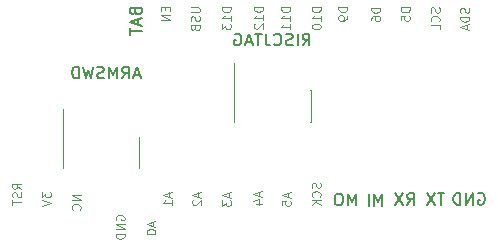
<source format=gbr>
G04 #@! TF.GenerationSoftware,KiCad,Pcbnew,(2017-05-26 revision 1fda668)-master*
G04 #@! TF.CreationDate,2017-06-12T11:29:52-07:00*
G04 #@! TF.ProjectId,feather_five,666561746865725F666976652E6B6963,rev?*
G04 #@! TF.FileFunction,Legend,Bot*
G04 #@! TF.FilePolarity,Positive*
%FSLAX46Y46*%
G04 Gerber Fmt 4.6, Leading zero omitted, Abs format (unit mm)*
G04 Created by KiCad (PCBNEW (2017-05-26 revision 1fda668)-master) date Monday, June 12, 2017 'AMt' 11:29:52 AM*
%MOMM*%
%LPD*%
G01*
G04 APERTURE LIST*
%ADD10C,0.100000*%
%ADD11C,0.150000*%
%ADD12C,0.120000*%
G04 APERTURE END LIST*
D10*
D11*
X108277302Y-69655986D02*
X107801112Y-69655986D01*
X108372540Y-69941700D02*
X108039207Y-68941700D01*
X107705874Y-69941700D01*
X106801112Y-69941700D02*
X107134445Y-69465510D01*
X107372540Y-69941700D02*
X107372540Y-68941700D01*
X106991588Y-68941700D01*
X106896350Y-68989320D01*
X106848731Y-69036939D01*
X106801112Y-69132177D01*
X106801112Y-69275034D01*
X106848731Y-69370272D01*
X106896350Y-69417891D01*
X106991588Y-69465510D01*
X107372540Y-69465510D01*
X106372540Y-69941700D02*
X106372540Y-68941700D01*
X106039207Y-69655986D01*
X105705874Y-68941700D01*
X105705874Y-69941700D01*
X105277302Y-69894081D02*
X105134445Y-69941700D01*
X104896350Y-69941700D01*
X104801112Y-69894081D01*
X104753493Y-69846462D01*
X104705874Y-69751224D01*
X104705874Y-69655986D01*
X104753493Y-69560748D01*
X104801112Y-69513129D01*
X104896350Y-69465510D01*
X105086826Y-69417891D01*
X105182064Y-69370272D01*
X105229683Y-69322653D01*
X105277302Y-69227415D01*
X105277302Y-69132177D01*
X105229683Y-69036939D01*
X105182064Y-68989320D01*
X105086826Y-68941700D01*
X104848731Y-68941700D01*
X104705874Y-68989320D01*
X104372540Y-68941700D02*
X104134445Y-69941700D01*
X103943969Y-69227415D01*
X103753493Y-69941700D01*
X103515398Y-68941700D01*
X103134445Y-69941700D02*
X103134445Y-68941700D01*
X102896350Y-68941700D01*
X102753493Y-68989320D01*
X102658255Y-69084558D01*
X102610636Y-69179796D01*
X102563017Y-69370272D01*
X102563017Y-69513129D01*
X102610636Y-69703605D01*
X102658255Y-69798843D01*
X102753493Y-69894081D01*
X102896350Y-69941700D01*
X103134445Y-69941700D01*
X122092078Y-67142620D02*
X122425411Y-66666430D01*
X122663506Y-67142620D02*
X122663506Y-66142620D01*
X122282554Y-66142620D01*
X122187316Y-66190240D01*
X122139697Y-66237859D01*
X122092078Y-66333097D01*
X122092078Y-66475954D01*
X122139697Y-66571192D01*
X122187316Y-66618811D01*
X122282554Y-66666430D01*
X122663506Y-66666430D01*
X121663506Y-67142620D02*
X121663506Y-66142620D01*
X121234935Y-67095001D02*
X121092078Y-67142620D01*
X120853982Y-67142620D01*
X120758744Y-67095001D01*
X120711125Y-67047382D01*
X120663506Y-66952144D01*
X120663506Y-66856906D01*
X120711125Y-66761668D01*
X120758744Y-66714049D01*
X120853982Y-66666430D01*
X121044459Y-66618811D01*
X121139697Y-66571192D01*
X121187316Y-66523573D01*
X121234935Y-66428335D01*
X121234935Y-66333097D01*
X121187316Y-66237859D01*
X121139697Y-66190240D01*
X121044459Y-66142620D01*
X120806363Y-66142620D01*
X120663506Y-66190240D01*
X119663506Y-67047382D02*
X119711125Y-67095001D01*
X119853982Y-67142620D01*
X119949220Y-67142620D01*
X120092078Y-67095001D01*
X120187316Y-66999763D01*
X120234935Y-66904525D01*
X120282554Y-66714049D01*
X120282554Y-66571192D01*
X120234935Y-66380716D01*
X120187316Y-66285478D01*
X120092078Y-66190240D01*
X119949220Y-66142620D01*
X119853982Y-66142620D01*
X119711125Y-66190240D01*
X119663506Y-66237859D01*
X118949220Y-66142620D02*
X118949220Y-66856906D01*
X118996840Y-66999763D01*
X119092078Y-67095001D01*
X119234935Y-67142620D01*
X119330173Y-67142620D01*
X118615887Y-66142620D02*
X118044459Y-66142620D01*
X118330173Y-67142620D02*
X118330173Y-66142620D01*
X117758744Y-66856906D02*
X117282554Y-66856906D01*
X117853982Y-67142620D02*
X117520649Y-66142620D01*
X117187316Y-67142620D01*
X116330173Y-66190240D02*
X116425411Y-66142620D01*
X116568268Y-66142620D01*
X116711125Y-66190240D01*
X116806363Y-66285478D01*
X116853982Y-66380716D01*
X116901601Y-66571192D01*
X116901601Y-66714049D01*
X116853982Y-66904525D01*
X116806363Y-66999763D01*
X116711125Y-67095001D01*
X116568268Y-67142620D01*
X116473030Y-67142620D01*
X116330173Y-67095001D01*
X116282554Y-67047382D01*
X116282554Y-66714049D01*
X116473030Y-66714049D01*
D10*
X98271525Y-79299565D02*
X97914382Y-79049565D01*
X98271525Y-78870994D02*
X97521525Y-78870994D01*
X97521525Y-79156708D01*
X97557240Y-79228137D01*
X97592954Y-79263851D01*
X97664382Y-79299565D01*
X97771525Y-79299565D01*
X97842954Y-79263851D01*
X97878668Y-79228137D01*
X97914382Y-79156708D01*
X97914382Y-78870994D01*
X98235811Y-79585280D02*
X98271525Y-79692422D01*
X98271525Y-79870994D01*
X98235811Y-79942422D01*
X98200097Y-79978137D01*
X98128668Y-80013851D01*
X98057240Y-80013851D01*
X97985811Y-79978137D01*
X97950097Y-79942422D01*
X97914382Y-79870994D01*
X97878668Y-79728137D01*
X97842954Y-79656708D01*
X97807240Y-79620994D01*
X97735811Y-79585280D01*
X97664382Y-79585280D01*
X97592954Y-79620994D01*
X97557240Y-79656708D01*
X97521525Y-79728137D01*
X97521525Y-79906708D01*
X97557240Y-80013851D01*
X97521525Y-80228137D02*
X97521525Y-80656708D01*
X98271525Y-80442422D02*
X97521525Y-80442422D01*
X99995485Y-79545251D02*
X99995485Y-80009537D01*
X100281200Y-79759537D01*
X100281200Y-79866680D01*
X100316914Y-79938108D01*
X100352628Y-79973822D01*
X100424057Y-80009537D01*
X100602628Y-80009537D01*
X100674057Y-79973822D01*
X100709771Y-79938108D01*
X100745485Y-79866680D01*
X100745485Y-79652394D01*
X100709771Y-79580965D01*
X100674057Y-79545251D01*
X99995485Y-80223822D02*
X100745485Y-80473822D01*
X99995485Y-80723822D01*
X103285485Y-79832194D02*
X102535485Y-79832194D01*
X103285485Y-80260765D01*
X102535485Y-80260765D01*
X103214057Y-81046480D02*
X103249771Y-81010765D01*
X103285485Y-80903622D01*
X103285485Y-80832194D01*
X103249771Y-80725051D01*
X103178342Y-80653622D01*
X103106914Y-80617908D01*
X102964057Y-80582194D01*
X102856914Y-80582194D01*
X102714057Y-80617908D01*
X102642628Y-80653622D01*
X102571200Y-80725051D01*
X102535485Y-80832194D01*
X102535485Y-80903622D01*
X102571200Y-81010765D01*
X102606914Y-81046480D01*
X106294840Y-81932851D02*
X106259125Y-81861422D01*
X106259125Y-81754280D01*
X106294840Y-81647137D01*
X106366268Y-81575708D01*
X106437697Y-81539994D01*
X106580554Y-81504280D01*
X106687697Y-81504280D01*
X106830554Y-81539994D01*
X106901982Y-81575708D01*
X106973411Y-81647137D01*
X107009125Y-81754280D01*
X107009125Y-81825708D01*
X106973411Y-81932851D01*
X106937697Y-81968565D01*
X106687697Y-81968565D01*
X106687697Y-81825708D01*
X107009125Y-82289994D02*
X106259125Y-82289994D01*
X107009125Y-82718565D01*
X106259125Y-82718565D01*
X107009125Y-83075708D02*
X106259125Y-83075708D01*
X106259125Y-83254280D01*
X106294840Y-83361422D01*
X106366268Y-83432851D01*
X106437697Y-83468565D01*
X106580554Y-83504280D01*
X106687697Y-83504280D01*
X106830554Y-83468565D01*
X106901982Y-83432851D01*
X106973411Y-83361422D01*
X107009125Y-83254280D01*
X107009125Y-83075708D01*
X109411040Y-82080325D02*
X109411040Y-82437468D01*
X109625325Y-82008897D02*
X108875325Y-82258897D01*
X109625325Y-82508897D01*
X108875325Y-82901754D02*
X108875325Y-82973182D01*
X108911040Y-83044611D01*
X108946754Y-83080325D01*
X109018182Y-83116040D01*
X109161040Y-83151754D01*
X109339611Y-83151754D01*
X109482468Y-83116040D01*
X109553897Y-83080325D01*
X109589611Y-83044611D01*
X109625325Y-82973182D01*
X109625325Y-82901754D01*
X109589611Y-82830325D01*
X109553897Y-82794611D01*
X109482468Y-82758897D01*
X109339611Y-82723182D01*
X109161040Y-82723182D01*
X109018182Y-82758897D01*
X108946754Y-82794611D01*
X108911040Y-82830325D01*
X108875325Y-82901754D01*
X110787720Y-79601285D02*
X110787720Y-79958428D01*
X111002005Y-79529857D02*
X110252005Y-79779857D01*
X111002005Y-80029857D01*
X111002005Y-80672714D02*
X111002005Y-80244142D01*
X111002005Y-80458428D02*
X110252005Y-80458428D01*
X110359148Y-80387000D01*
X110430577Y-80315571D01*
X110466291Y-80244142D01*
X113266760Y-79601285D02*
X113266760Y-79958428D01*
X113481045Y-79529857D02*
X112731045Y-79779857D01*
X113481045Y-80029857D01*
X112802474Y-80244142D02*
X112766760Y-80279857D01*
X112731045Y-80351285D01*
X112731045Y-80529857D01*
X112766760Y-80601285D01*
X112802474Y-80637000D01*
X112873902Y-80672714D01*
X112945331Y-80672714D01*
X113052474Y-80637000D01*
X113481045Y-80208428D01*
X113481045Y-80672714D01*
X115822000Y-79662245D02*
X115822000Y-80019388D01*
X116036285Y-79590817D02*
X115286285Y-79840817D01*
X116036285Y-80090817D01*
X115286285Y-80269388D02*
X115286285Y-80733674D01*
X115572000Y-80483674D01*
X115572000Y-80590817D01*
X115607714Y-80662245D01*
X115643428Y-80697960D01*
X115714857Y-80733674D01*
X115893428Y-80733674D01*
X115964857Y-80697960D01*
X116000571Y-80662245D01*
X116036285Y-80590817D01*
X116036285Y-80376531D01*
X116000571Y-80305102D01*
X115964857Y-80269388D01*
X118438200Y-79540325D02*
X118438200Y-79897468D01*
X118652485Y-79468897D02*
X117902485Y-79718897D01*
X118652485Y-79968897D01*
X118152485Y-80540325D02*
X118652485Y-80540325D01*
X117866771Y-80361754D02*
X118402485Y-80183182D01*
X118402485Y-80647468D01*
X120856280Y-79641925D02*
X120856280Y-79999068D01*
X121070565Y-79570497D02*
X120320565Y-79820497D01*
X121070565Y-80070497D01*
X120320565Y-80677640D02*
X120320565Y-80320497D01*
X120677708Y-80284782D01*
X120641994Y-80320497D01*
X120606280Y-80391925D01*
X120606280Y-80570497D01*
X120641994Y-80641925D01*
X120677708Y-80677640D01*
X120749137Y-80713354D01*
X120927708Y-80713354D01*
X120999137Y-80677640D01*
X121034851Y-80641925D01*
X121070565Y-80570497D01*
X121070565Y-80391925D01*
X121034851Y-80320497D01*
X120999137Y-80284782D01*
X123574851Y-78771394D02*
X123610565Y-78878537D01*
X123610565Y-79057108D01*
X123574851Y-79128537D01*
X123539137Y-79164251D01*
X123467708Y-79199965D01*
X123396280Y-79199965D01*
X123324851Y-79164251D01*
X123289137Y-79128537D01*
X123253422Y-79057108D01*
X123217708Y-78914251D01*
X123181994Y-78842822D01*
X123146280Y-78807108D01*
X123074851Y-78771394D01*
X123003422Y-78771394D01*
X122931994Y-78807108D01*
X122896280Y-78842822D01*
X122860565Y-78914251D01*
X122860565Y-79092822D01*
X122896280Y-79199965D01*
X123539137Y-79949965D02*
X123574851Y-79914251D01*
X123610565Y-79807108D01*
X123610565Y-79735680D01*
X123574851Y-79628537D01*
X123503422Y-79557108D01*
X123431994Y-79521394D01*
X123289137Y-79485680D01*
X123181994Y-79485680D01*
X123039137Y-79521394D01*
X122967708Y-79557108D01*
X122896280Y-79628537D01*
X122860565Y-79735680D01*
X122860565Y-79807108D01*
X122896280Y-79914251D01*
X122931994Y-79949965D01*
X123610565Y-80271394D02*
X122860565Y-80271394D01*
X123610565Y-80699965D02*
X123181994Y-80378537D01*
X122860565Y-80699965D02*
X123289137Y-80271394D01*
D11*
X126587142Y-80690980D02*
X126587142Y-79690980D01*
X126253809Y-80405266D01*
X125920476Y-79690980D01*
X125920476Y-80690980D01*
X125253809Y-79690980D02*
X125063333Y-79690980D01*
X124968095Y-79738600D01*
X124872857Y-79833838D01*
X124825238Y-80024314D01*
X124825238Y-80357647D01*
X124872857Y-80548123D01*
X124968095Y-80643361D01*
X125063333Y-80690980D01*
X125253809Y-80690980D01*
X125349047Y-80643361D01*
X125444285Y-80548123D01*
X125491904Y-80357647D01*
X125491904Y-80024314D01*
X125444285Y-79833838D01*
X125349047Y-79738600D01*
X125253809Y-79690980D01*
X128841428Y-80716380D02*
X128841428Y-79716380D01*
X128508095Y-80430666D01*
X128174761Y-79716380D01*
X128174761Y-80716380D01*
X127698571Y-80716380D02*
X127698571Y-79716380D01*
X130951266Y-80665580D02*
X131284600Y-80189390D01*
X131522695Y-80665580D02*
X131522695Y-79665580D01*
X131141742Y-79665580D01*
X131046504Y-79713200D01*
X130998885Y-79760819D01*
X130951266Y-79856057D01*
X130951266Y-79998914D01*
X130998885Y-80094152D01*
X131046504Y-80141771D01*
X131141742Y-80189390D01*
X131522695Y-80189390D01*
X130617933Y-79665580D02*
X129951266Y-80665580D01*
X129951266Y-79665580D02*
X130617933Y-80665580D01*
X134086504Y-79665580D02*
X133515076Y-79665580D01*
X133800790Y-80665580D02*
X133800790Y-79665580D01*
X133276980Y-79665580D02*
X132610314Y-80665580D01*
X132610314Y-79665580D02*
X133276980Y-80665580D01*
X136956704Y-79687800D02*
X137051942Y-79640180D01*
X137194800Y-79640180D01*
X137337657Y-79687800D01*
X137432895Y-79783038D01*
X137480514Y-79878276D01*
X137528133Y-80068752D01*
X137528133Y-80211609D01*
X137480514Y-80402085D01*
X137432895Y-80497323D01*
X137337657Y-80592561D01*
X137194800Y-80640180D01*
X137099561Y-80640180D01*
X136956704Y-80592561D01*
X136909085Y-80544942D01*
X136909085Y-80211609D01*
X137099561Y-80211609D01*
X136480514Y-80640180D02*
X136480514Y-79640180D01*
X135909085Y-80640180D01*
X135909085Y-79640180D01*
X135432895Y-80640180D02*
X135432895Y-79640180D01*
X135194800Y-79640180D01*
X135051942Y-79687800D01*
X134956704Y-79783038D01*
X134909085Y-79878276D01*
X134861466Y-80068752D01*
X134861466Y-80211609D01*
X134909085Y-80402085D01*
X134956704Y-80497323D01*
X135051942Y-80592561D01*
X135194800Y-80640180D01*
X135432895Y-80640180D01*
D10*
X136163091Y-63965965D02*
X136198805Y-64073108D01*
X136198805Y-64251680D01*
X136163091Y-64323108D01*
X136127377Y-64358822D01*
X136055948Y-64394537D01*
X135984520Y-64394537D01*
X135913091Y-64358822D01*
X135877377Y-64323108D01*
X135841662Y-64251680D01*
X135805948Y-64108822D01*
X135770234Y-64037394D01*
X135734520Y-64001680D01*
X135663091Y-63965965D01*
X135591662Y-63965965D01*
X135520234Y-64001680D01*
X135484520Y-64037394D01*
X135448805Y-64108822D01*
X135448805Y-64287394D01*
X135484520Y-64394537D01*
X136198805Y-64715965D02*
X135448805Y-64715965D01*
X135448805Y-64894537D01*
X135484520Y-65001680D01*
X135555948Y-65073108D01*
X135627377Y-65108822D01*
X135770234Y-65144537D01*
X135877377Y-65144537D01*
X136020234Y-65108822D01*
X136091662Y-65073108D01*
X136163091Y-65001680D01*
X136198805Y-64894537D01*
X136198805Y-64715965D01*
X135984520Y-65430251D02*
X135984520Y-65787394D01*
X136198805Y-65358822D02*
X135448805Y-65608822D01*
X136198805Y-65858822D01*
X133643411Y-63938102D02*
X133679125Y-64045245D01*
X133679125Y-64223817D01*
X133643411Y-64295245D01*
X133607697Y-64330960D01*
X133536268Y-64366674D01*
X133464840Y-64366674D01*
X133393411Y-64330960D01*
X133357697Y-64295245D01*
X133321982Y-64223817D01*
X133286268Y-64080960D01*
X133250554Y-64009531D01*
X133214840Y-63973817D01*
X133143411Y-63938102D01*
X133071982Y-63938102D01*
X133000554Y-63973817D01*
X132964840Y-64009531D01*
X132929125Y-64080960D01*
X132929125Y-64259531D01*
X132964840Y-64366674D01*
X133607697Y-65116674D02*
X133643411Y-65080960D01*
X133679125Y-64973817D01*
X133679125Y-64902388D01*
X133643411Y-64795245D01*
X133571982Y-64723817D01*
X133500554Y-64688102D01*
X133357697Y-64652388D01*
X133250554Y-64652388D01*
X133107697Y-64688102D01*
X133036268Y-64723817D01*
X132964840Y-64795245D01*
X132929125Y-64902388D01*
X132929125Y-64973817D01*
X132964840Y-65080960D01*
X133000554Y-65116674D01*
X133679125Y-65795245D02*
X133679125Y-65438102D01*
X132929125Y-65438102D01*
X131169605Y-63921788D02*
X130419605Y-63921788D01*
X130419605Y-64100360D01*
X130455320Y-64207502D01*
X130526748Y-64278931D01*
X130598177Y-64314645D01*
X130741034Y-64350360D01*
X130848177Y-64350360D01*
X130991034Y-64314645D01*
X131062462Y-64278931D01*
X131133891Y-64207502D01*
X131169605Y-64100360D01*
X131169605Y-63921788D01*
X130419605Y-65028931D02*
X130419605Y-64671788D01*
X130776748Y-64636074D01*
X130741034Y-64671788D01*
X130705320Y-64743217D01*
X130705320Y-64921788D01*
X130741034Y-64993217D01*
X130776748Y-65028931D01*
X130848177Y-65064645D01*
X131026748Y-65064645D01*
X131098177Y-65028931D01*
X131133891Y-64993217D01*
X131169605Y-64921788D01*
X131169605Y-64743217D01*
X131133891Y-64671788D01*
X131098177Y-64636074D01*
X128655005Y-63942108D02*
X127905005Y-63942108D01*
X127905005Y-64120680D01*
X127940720Y-64227822D01*
X128012148Y-64299251D01*
X128083577Y-64334965D01*
X128226434Y-64370680D01*
X128333577Y-64370680D01*
X128476434Y-64334965D01*
X128547862Y-64299251D01*
X128619291Y-64227822D01*
X128655005Y-64120680D01*
X128655005Y-63942108D01*
X127905005Y-65013537D02*
X127905005Y-64870680D01*
X127940720Y-64799251D01*
X127976434Y-64763537D01*
X128083577Y-64692108D01*
X128226434Y-64656394D01*
X128512148Y-64656394D01*
X128583577Y-64692108D01*
X128619291Y-64727822D01*
X128655005Y-64799251D01*
X128655005Y-64942108D01*
X128619291Y-65013537D01*
X128583577Y-65049251D01*
X128512148Y-65084965D01*
X128333577Y-65084965D01*
X128262148Y-65049251D01*
X128226434Y-65013537D01*
X128190720Y-64942108D01*
X128190720Y-64799251D01*
X128226434Y-64727822D01*
X128262148Y-64692108D01*
X128333577Y-64656394D01*
X125871165Y-63901468D02*
X125121165Y-63901468D01*
X125121165Y-64080040D01*
X125156880Y-64187182D01*
X125228308Y-64258611D01*
X125299737Y-64294325D01*
X125442594Y-64330040D01*
X125549737Y-64330040D01*
X125692594Y-64294325D01*
X125764022Y-64258611D01*
X125835451Y-64187182D01*
X125871165Y-64080040D01*
X125871165Y-63901468D01*
X125871165Y-64687182D02*
X125871165Y-64830040D01*
X125835451Y-64901468D01*
X125799737Y-64937182D01*
X125692594Y-65008611D01*
X125549737Y-65044325D01*
X125264022Y-65044325D01*
X125192594Y-65008611D01*
X125156880Y-64972897D01*
X125121165Y-64901468D01*
X125121165Y-64758611D01*
X125156880Y-64687182D01*
X125192594Y-64651468D01*
X125264022Y-64615754D01*
X125442594Y-64615754D01*
X125514022Y-64651468D01*
X125549737Y-64687182D01*
X125585451Y-64758611D01*
X125585451Y-64901468D01*
X125549737Y-64972897D01*
X125514022Y-65008611D01*
X125442594Y-65044325D01*
X123620725Y-63910085D02*
X122870725Y-63910085D01*
X122870725Y-64088657D01*
X122906440Y-64195800D01*
X122977868Y-64267228D01*
X123049297Y-64302942D01*
X123192154Y-64338657D01*
X123299297Y-64338657D01*
X123442154Y-64302942D01*
X123513582Y-64267228D01*
X123585011Y-64195800D01*
X123620725Y-64088657D01*
X123620725Y-63910085D01*
X123620725Y-65052942D02*
X123620725Y-64624371D01*
X123620725Y-64838657D02*
X122870725Y-64838657D01*
X122977868Y-64767228D01*
X123049297Y-64695800D01*
X123085011Y-64624371D01*
X122870725Y-65517228D02*
X122870725Y-65588657D01*
X122906440Y-65660085D01*
X122942154Y-65695800D01*
X123013582Y-65731514D01*
X123156440Y-65767228D01*
X123335011Y-65767228D01*
X123477868Y-65731514D01*
X123549297Y-65695800D01*
X123585011Y-65660085D01*
X123620725Y-65588657D01*
X123620725Y-65517228D01*
X123585011Y-65445800D01*
X123549297Y-65410085D01*
X123477868Y-65374371D01*
X123335011Y-65338657D01*
X123156440Y-65338657D01*
X123013582Y-65374371D01*
X122942154Y-65410085D01*
X122906440Y-65445800D01*
X122870725Y-65517228D01*
X121019765Y-63910085D02*
X120269765Y-63910085D01*
X120269765Y-64088657D01*
X120305480Y-64195800D01*
X120376908Y-64267228D01*
X120448337Y-64302942D01*
X120591194Y-64338657D01*
X120698337Y-64338657D01*
X120841194Y-64302942D01*
X120912622Y-64267228D01*
X120984051Y-64195800D01*
X121019765Y-64088657D01*
X121019765Y-63910085D01*
X121019765Y-65052942D02*
X121019765Y-64624371D01*
X121019765Y-64838657D02*
X120269765Y-64838657D01*
X120376908Y-64767228D01*
X120448337Y-64695800D01*
X120484051Y-64624371D01*
X121019765Y-65767228D02*
X121019765Y-65338657D01*
X121019765Y-65552942D02*
X120269765Y-65552942D01*
X120376908Y-65481514D01*
X120448337Y-65410085D01*
X120484051Y-65338657D01*
X118728685Y-63869445D02*
X117978685Y-63869445D01*
X117978685Y-64048017D01*
X118014400Y-64155160D01*
X118085828Y-64226588D01*
X118157257Y-64262302D01*
X118300114Y-64298017D01*
X118407257Y-64298017D01*
X118550114Y-64262302D01*
X118621542Y-64226588D01*
X118692971Y-64155160D01*
X118728685Y-64048017D01*
X118728685Y-63869445D01*
X118728685Y-65012302D02*
X118728685Y-64583731D01*
X118728685Y-64798017D02*
X117978685Y-64798017D01*
X118085828Y-64726588D01*
X118157257Y-64655160D01*
X118192971Y-64583731D01*
X118050114Y-65298017D02*
X118014400Y-65333731D01*
X117978685Y-65405160D01*
X117978685Y-65583731D01*
X118014400Y-65655160D01*
X118050114Y-65690874D01*
X118121542Y-65726588D01*
X118192971Y-65726588D01*
X118300114Y-65690874D01*
X118728685Y-65262302D01*
X118728685Y-65726588D01*
X116015965Y-63905005D02*
X115265965Y-63905005D01*
X115265965Y-64083577D01*
X115301680Y-64190720D01*
X115373108Y-64262148D01*
X115444537Y-64297862D01*
X115587394Y-64333577D01*
X115694537Y-64333577D01*
X115837394Y-64297862D01*
X115908822Y-64262148D01*
X115980251Y-64190720D01*
X116015965Y-64083577D01*
X116015965Y-63905005D01*
X116015965Y-65047862D02*
X116015965Y-64619291D01*
X116015965Y-64833577D02*
X115265965Y-64833577D01*
X115373108Y-64762148D01*
X115444537Y-64690720D01*
X115480251Y-64619291D01*
X115265965Y-65297862D02*
X115265965Y-65762148D01*
X115551680Y-65512148D01*
X115551680Y-65619291D01*
X115587394Y-65690720D01*
X115623108Y-65726434D01*
X115694537Y-65762148D01*
X115873108Y-65762148D01*
X115944537Y-65726434D01*
X115980251Y-65690720D01*
X116015965Y-65619291D01*
X116015965Y-65405005D01*
X115980251Y-65333577D01*
X115944537Y-65297862D01*
X112614205Y-63925171D02*
X113221348Y-63925171D01*
X113292777Y-63960885D01*
X113328491Y-63996600D01*
X113364205Y-64068028D01*
X113364205Y-64210885D01*
X113328491Y-64282314D01*
X113292777Y-64318028D01*
X113221348Y-64353742D01*
X112614205Y-64353742D01*
X113328491Y-64675171D02*
X113364205Y-64782314D01*
X113364205Y-64960885D01*
X113328491Y-65032314D01*
X113292777Y-65068028D01*
X113221348Y-65103742D01*
X113149920Y-65103742D01*
X113078491Y-65068028D01*
X113042777Y-65032314D01*
X113007062Y-64960885D01*
X112971348Y-64818028D01*
X112935634Y-64746600D01*
X112899920Y-64710885D01*
X112828491Y-64675171D01*
X112757062Y-64675171D01*
X112685634Y-64710885D01*
X112649920Y-64746600D01*
X112614205Y-64818028D01*
X112614205Y-64996600D01*
X112649920Y-65103742D01*
X112971348Y-65675171D02*
X113007062Y-65782314D01*
X113042777Y-65818028D01*
X113114205Y-65853742D01*
X113221348Y-65853742D01*
X113292777Y-65818028D01*
X113328491Y-65782314D01*
X113364205Y-65710885D01*
X113364205Y-65425171D01*
X112614205Y-65425171D01*
X112614205Y-65675171D01*
X112649920Y-65746600D01*
X112685634Y-65782314D01*
X112757062Y-65818028D01*
X112828491Y-65818028D01*
X112899920Y-65782314D01*
X112935634Y-65746600D01*
X112971348Y-65675171D01*
X112971348Y-65425171D01*
X110477068Y-63911628D02*
X110477068Y-64161628D01*
X110869925Y-64268771D02*
X110869925Y-63911628D01*
X110119925Y-63911628D01*
X110119925Y-64268771D01*
X110869925Y-64590200D02*
X110119925Y-64590200D01*
X110869925Y-65018771D01*
X110119925Y-65018771D01*
D11*
X107924291Y-64290984D02*
X107971910Y-64433841D01*
X108019529Y-64481460D01*
X108114767Y-64529080D01*
X108257624Y-64529080D01*
X108352862Y-64481460D01*
X108400481Y-64433841D01*
X108448100Y-64338603D01*
X108448100Y-63957651D01*
X107448100Y-63957651D01*
X107448100Y-64290984D01*
X107495720Y-64386222D01*
X107543339Y-64433841D01*
X107638577Y-64481460D01*
X107733815Y-64481460D01*
X107829053Y-64433841D01*
X107876672Y-64386222D01*
X107924291Y-64290984D01*
X107924291Y-63957651D01*
X108162386Y-64910032D02*
X108162386Y-65386222D01*
X108448100Y-64814794D02*
X107448100Y-65148127D01*
X108448100Y-65481460D01*
X107448100Y-65671937D02*
X107448100Y-66243365D01*
X108448100Y-65957651D02*
X107448100Y-65957651D01*
D12*
X101788600Y-74870000D02*
X101768600Y-74870000D01*
X101768600Y-74870000D02*
X101768600Y-77530000D01*
X101768600Y-77530000D02*
X101788600Y-77530000D01*
X108218600Y-74870000D02*
X108238600Y-74870000D01*
X108238600Y-74870000D02*
X108238600Y-77530000D01*
X108238600Y-77530000D02*
X108218600Y-77530000D01*
X101788600Y-72565000D02*
X101788600Y-74870000D01*
X116317400Y-68653400D02*
X116317400Y-70958400D01*
X122767400Y-73618400D02*
X122747400Y-73618400D01*
X122767400Y-70958400D02*
X122767400Y-73618400D01*
X122747400Y-70958400D02*
X122767400Y-70958400D01*
X116297400Y-73618400D02*
X116317400Y-73618400D01*
X116297400Y-70958400D02*
X116297400Y-73618400D01*
X116317400Y-70958400D02*
X116297400Y-70958400D01*
M02*

</source>
